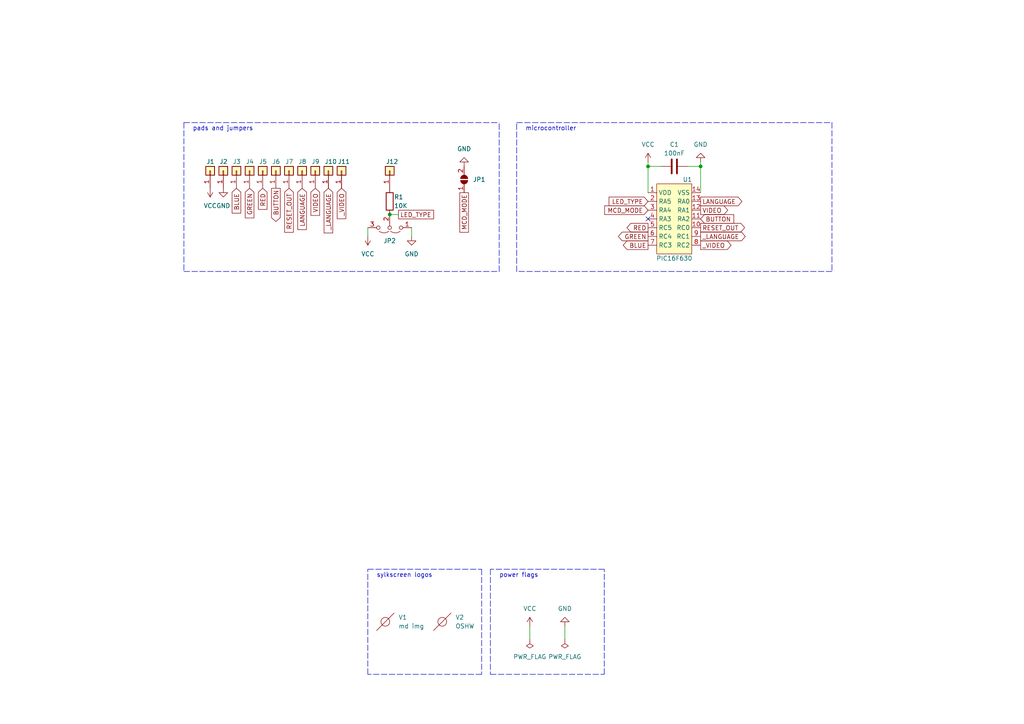
<source format=kicad_sch>
(kicad_sch (version 20211123) (generator eeschema)
  (paper "A4")
  (title_block (title "PIC MD Mod") (date "2022-05-04") (rev "1.0") (company "screwbreaker") (comment 1 "Another switchless mod for MD with a PIC microcontroller"))
  (lib_symbols
    (symbol "Connector_Generic:Conn_01x01" (pin_names (offset 1.016) hide)
      (property "Reference" "J" (at 0 2.54 0))
      (property "Value" "Conn_01x01" (at 0 -2.54 0))
      (symbol "Conn_01x01_1_1"
        (rectangle (start -1.27 0.127) (end 0 -0.127) (stroke (width 0.1524)))
        (rectangle (start -1.27 1.27) (end 1.27 -1.27) (stroke (width 0.254)) (fill (type background)))
        (pin passive line (at -5.08 0 0) (length 3.81) (name "Pin_1") (number "1"))
      )
    )
    (symbol "Device:C" (pin_numbers hide) (pin_names (offset 0.254))
      (property "Reference" "C" (at 0.635 2.54 0))
      (property "Value" "C" (at 0.635 -2.54 0))
      (symbol "C_0_1"
        (polyline (pts (xy -2.032 -0.762) (xy 2.032 -0.762)) (stroke (width 0.508)))
        (polyline (pts (xy -2.032 0.762) (xy 2.032 0.762)) (stroke (width 0.508)))
      )
      (symbol "C_1_1"
        (pin passive line (at 0 3.81 270) (length 2.794) (name "~") (number "1"))
        (pin passive line (at 0 -3.81 90) (length 2.794) (name "~") (number "2"))
      )
    )
    (symbol "Device:R" (pin_numbers hide) (pin_names (offset 0))
      (property "Reference" "R" (at 2.032 0 90))
      (property "Value" "R" (at 0 0 90))
      (symbol "R_0_1"
        (rectangle (start -1.016 -2.54) (end 1.016 2.54) (stroke (width 0.254)))
      )
      (symbol "R_1_1"
        (pin passive line (at 0 3.81 270) (length 1.27) (name "~") (number "1"))
        (pin passive line (at 0 -3.81 90) (length 1.27) (name "~") (number "2"))
      )
    )
    (symbol "Jumper:Jumper_3_Open" (pin_names (offset 0) hide)
      (property "Reference" "JP" (at -2.54 -2.54 0))
      (property "Value" "Jumper_3_Open" (at 0 2.794 0))
      (symbol "Jumper_3_Open_0_0"
        (circle (center -3.302 0) (radius 0.508))
        (circle (center 0 0) (radius 0.508))
        (circle (center 3.302 0) (radius 0.508))
      )
      (symbol "Jumper_3_Open_0_1"
        (arc (start -0.254 1.016) (mid -1.651 1.4992) (end -3.048 1.016))
        (polyline (pts (xy 0 -0.508) (xy 0 -1.27)))
        (arc (start 3.048 1.016) (mid 1.651 1.4992) (end 0.254 1.016))
      )
      (symbol "Jumper_3_Open_1_1"
        (pin passive line (at -6.35 0 0) (length 2.54) (name "A") (number "1"))
        (pin passive line (at 0 -3.81 90) (length 2.54) (name "C") (number "2"))
        (pin passive line (at 6.35 0 180) (length 2.54) (name "B") (number "3"))
      )
    )
    (symbol "Jumper:SolderJumper_2_Open" (pin_names (offset 0) hide)
      (property "Reference" "JP" (at 0 2.032 0))
      (property "Value" "SolderJumper_2_Open" (at 0 -2.54 0))
      (symbol "SolderJumper_2_Open_0_1"
        (arc (start -0.254 1.016) (mid -1.27 0) (end -0.254 -1.016))
        (arc (start -0.254 1.016) (mid -1.27 0) (end -0.254 -1.016) (fill (type outline)))
        (polyline (pts (xy -0.254 1.016) (xy -0.254 -1.016)))
        (polyline (pts (xy 0.254 1.016) (xy 0.254 -1.016)))
        (arc (start 0.254 -1.016) (mid 1.27 0) (end 0.254 1.016))
        (arc (start 0.254 -1.016) (mid 1.27 0) (end 0.254 1.016) (fill (type outline)))
      )
      (symbol "SolderJumper_2_Open_1_1"
        (pin passive line (at -3.81 0 0) (length 2.54) (name "A") (number "1"))
        (pin passive line (at 3.81 0 180) (length 2.54) (name "B") (number "2"))
      )
    )
    (symbol "PIC_Library:PIC16F630"
      (property "Reference" "U" (at 0 11.43 0))
      (property "Value" "PIC16F630" (at 0 -11.43 0))
      (symbol "PIC16F630_0_1"
        (rectangle (start -5.08 10.16) (end 5.08 -10.16) (fill (type background)))
      )
      (symbol "PIC16F630_1_1"
        (pin power_in line (at -7.62 7.62 0) (length 2.54) (name "VDD") (number "1"))
        (pin bidirectional line (at 7.62 -2.54 180) (length 2.54) (name "RC0") (number "10"))
        (pin bidirectional line (at 7.62 0 180) (length 2.54) (name "RA2") (number "11"))
        (pin bidirectional line (at 7.62 2.54 180) (length 2.54) (name "RA1") (number "12"))
        (pin bidirectional line (at 7.62 5.08 180) (length 2.54) (name "RA0") (number "13"))
        (pin power_in line (at 7.62 7.62 180) (length 2.54) (name "VSS") (number "14"))
        (pin bidirectional line (at -7.62 5.08 0) (length 2.54) (name "RA5") (number "2"))
        (pin bidirectional line (at -7.62 2.54 0) (length 2.54) (name "RA4") (number "3"))
        (pin input line (at -7.62 0 0) (length 2.54) (name "RA3") (number "4"))
        (pin bidirectional line (at -7.62 -2.54 0) (length 2.54) (name "RC5") (number "5"))
        (pin bidirectional line (at -7.62 -5.08 0) (length 2.54) (name "RC4") (number "6"))
        (pin bidirectional line (at -7.62 -7.62 0) (length 2.54) (name "RC3") (number "7"))
        (pin bidirectional line (at 7.62 -7.62 180) (length 2.54) (name "RC2") (number "8"))
        (pin bidirectional line (at 7.62 -5.08 180) (length 2.54) (name "RC1") (number "9"))
      )
    )
    (symbol "power:GND" (power) (pin_names (offset 0))
      (property "Value" "GND" (at 0 -3.81 0))
      (symbol "GND_0_1"
        (polyline (pts (xy 0 0) (xy 0 -1.27) (xy 1.27 -1.27) (xy 0 -2.54) (xy -1.27 -1.27) (xy 0 -1.27)))
      )
      (symbol "GND_1_1"
        (pin power_in line (at 0 0 270) (length 0) hide (name "GND") (number "1"))
      )
    )
    (symbol "power:PWR_FLAG" (power) (pin_numbers hide) (pin_names (offset 0) hide)
      (property "Value" "PWR_FLAG" (at 0 3.81 0))
      (symbol "PWR_FLAG_0_0"
        (pin power_out line (at 0 0 90) (length 0) (name "pwr") (number "1"))
      )
      (symbol "PWR_FLAG_0_1"
        (polyline (pts (xy 0 0) (xy 0 1.27) (xy -1.016 1.905) (xy 0 2.54) (xy 1.016 1.905) (xy 0 1.27)))
      )
    )
    (symbol "power:VCC" (power) (pin_names (offset 0))
      (property "Value" "VCC" (at 0 3.81 0))
      (symbol "VCC_0_1"
        (polyline (pts (xy -0.762 1.27) (xy 0 2.54)))
        (polyline (pts (xy 0 0) (xy 0 2.54)))
        (polyline (pts (xy 0 2.54) (xy 0.762 1.27)))
      )
      (symbol "VCC_1_1"
        (pin power_in line (at 0 0 90) (length 0) hide (name "VCC") (number "1"))
      )
    )
    (symbol "void:void"
      (property "Reference" "V" (at 0 3.81 0))
      (property "Value" "void" (at 0 -3.81 0))
      (symbol "void_0_1"
        (polyline (pts (xy -2.54 -2.54) (xy 2.54 2.54)))
        (circle (center 0 0) (radius 1.27))
      )
    )
  )
  (junction (at 187.96 48.26))
  (junction (at 113.03 62.23))
  (junction (at 203.2 48.26))
  (no_connect (at 187.96 63.5))
  (polyline (pts (xy 53.34 78.74) (xy 144.78 78.74)))
  (polyline (pts (xy 142.24 165.1) (xy 142.24 195.58)))
  (polyline (pts (xy 241.3 78.74) (xy 149.86 78.74)))
  (polyline (pts (xy 106.68 195.58) (xy 106.68 165.1)))
  (wire (pts (xy 203.2 48.26) (xy 203.2 46.99)))
  (wire (pts (xy 113.03 62.23) (xy 115.57 62.23)))
  (wire (pts (xy 153.67 181.61) (xy 153.67 185.42)))
  (polyline (pts (xy 53.34 35.56) (xy 144.78 35.56)))
  (polyline (pts (xy 175.26 165.1) (xy 142.24 165.1)))
  (wire (pts (xy 187.96 48.26) (xy 187.96 55.88)))
  (wire (pts (xy 187.96 48.26) (xy 187.96 46.99)))
  (polyline (pts (xy 144.78 78.74) (xy 144.78 35.56)))
  (polyline (pts (xy 175.26 195.58) (xy 175.26 165.1)))
  (polyline (pts (xy 241.3 35.56) (xy 241.3 78.74)))
  (wire (pts (xy 187.96 48.26) (xy 191.77 48.26)))
  (wire (pts (xy 203.2 48.26) (xy 203.2 55.88)))
  (polyline (pts (xy 106.68 165.1) (xy 139.7 165.1)))
  (polyline (pts (xy 149.86 78.74) (xy 149.86 35.56)))
  (polyline (pts (xy 142.24 195.58) (xy 175.26 195.58)))
  (wire (pts (xy 163.83 181.61) (xy 163.83 185.42)))
  (wire (pts (xy 199.39 48.26) (xy 203.2 48.26)))
  (polyline (pts (xy 139.7 165.1) (xy 139.7 195.58)))
  (polyline (pts (xy 149.86 35.56) (xy 241.3 35.56)))
  (polyline (pts (xy 139.7 195.58) (xy 106.68 195.58)))
  (polyline (pts (xy 53.34 35.56) (xy 53.34 78.74)))
  (wire (pts (xy 106.68 66.04) (xy 106.68 68.58)))
  (wire (pts (xy 119.38 66.04) (xy 119.38 68.58)))
  (text "microcontroller" (at 152.4 38.1 0) (effects (font (size 1.27 1.27)) (justify left bottom)))
  (text "pads and jumpers" (at 55.88 38.1 0) (effects (font (size 1.27 1.27)) (justify left bottom)))
  (text "sylkscreen logos" (at 109.22 167.64 0) (effects (font (size 1.27 1.27)) (justify left bottom)))
  (text "power flags" (at 144.78 167.64 0) (effects (font (size 1.27 1.27)) (justify left bottom)))
  (global_label "VIDEO" (shape output) (at 203.2 60.96 0) (property "Riferimenti inter-foglio" "${INTERSHEET_REFS}" (effects hide)))
  (global_label "VIDEO" (shape input) (at 91.44 54.61 270) (property "Riferimenti inter-foglio" "${INTERSHEET_REFS}" (effects hide)))
  (global_label "_VIDEO" (shape output) (at 203.2 71.12 0) (property "Riferimenti inter-foglio" "${INTERSHEET_REFS}" (effects hide)))
  (global_label "_LANGUAGE" (shape output) (at 203.2 68.58 0) (property "Riferimenti inter-foglio" "${INTERSHEET_REFS}" (effects hide)))
  (global_label "LED_TYPE" (shape input) (at 187.96 58.42 180) (property "Riferimenti inter-foglio" "${INTERSHEET_REFS}" (effects hide)))
  (global_label "RESET_OUT" (shape output) (at 203.2 66.04 0) (property "Riferimenti inter-foglio" "${INTERSHEET_REFS}" (effects hide)))
  (global_label "BUTTON" (shape input) (at 203.2 63.5 0) (property "Riferimenti inter-foglio" "${INTERSHEET_REFS}" (effects hide)))
  (global_label "MCD_MODE" (shape passive) (at 134.62 55.88 270) (property "Riferimenti inter-foglio" "${INTERSHEET_REFS}" (effects hide)))
  (global_label "BLUE" (shape output) (at 187.96 71.12 180) (property "Riferimenti inter-foglio" "${INTERSHEET_REFS}" (effects hide)))
  (global_label "RED" (shape output) (at 187.96 66.04 180) (property "Riferimenti inter-foglio" "${INTERSHEET_REFS}" (effects hide)))
  (global_label "MCD_MODE" (shape input) (at 187.96 60.96 180) (property "Riferimenti inter-foglio" "${INTERSHEET_REFS}" (effects hide)))
  (global_label "GREEN" (shape input) (at 72.39 54.61 270) (property "Riferimenti inter-foglio" "${INTERSHEET_REFS}" (effects hide)))
  (global_label "LED_TYPE" (shape passive) (at 115.57 62.23 0) (property "Riferimenti inter-foglio" "${INTERSHEET_REFS}" (effects hide)))
  (global_label "GREEN" (shape output) (at 187.96 68.58 180) (property "Riferimenti inter-foglio" "${INTERSHEET_REFS}" (effects hide)))
  (global_label "RESET_OUT" (shape input) (at 83.82 54.61 270) (property "Riferimenti inter-foglio" "${INTERSHEET_REFS}" (effects hide)))
  (global_label "_VIDEO" (shape input) (at 99.06 54.61 270) (property "Riferimenti inter-foglio" "${INTERSHEET_REFS}" (effects hide)))
  (global_label "LANGUAGE" (shape output) (at 203.2 58.42 0) (property "Riferimenti inter-foglio" "${INTERSHEET_REFS}" (effects hide)))
  (global_label "_LANGUAGE" (shape input) (at 95.25 54.61 270) (property "Riferimenti inter-foglio" "${INTERSHEET_REFS}" (effects hide)))
  (global_label "LANGUAGE" (shape input) (at 87.63 54.61 270) (property "Riferimenti inter-foglio" "${INTERSHEET_REFS}" (effects hide)))
  (global_label "BLUE" (shape input) (at 68.58 54.61 270) (property "Riferimenti inter-foglio" "${INTERSHEET_REFS}" (effects hide)))
  (global_label "BUTTON" (shape output) (at 80.01 54.61 270) (property "Riferimenti inter-foglio" "${INTERSHEET_REFS}" (effects hide)))
  (global_label "RED" (shape input) (at 76.2 54.61 270) (property "Riferimenti inter-foglio" "${INTERSHEET_REFS}" (effects hide)))
  (symbol (lib_id "Connector_Generic:Conn_01x01") (at 72.39 49.53 90) (unit 1) (in_bom no)
    (property "Reference" "J4" (at 71.2724 46.8884 90) (effects (justify right)))
    (property "Value" "Conn_01x01" (effects hide))
    (property "Footprint" "footprints:pad" (effects hide))
  )
  (symbol (lib_id "PIC_Library:PIC16F630") (at 195.58 63.5 0) (unit 1)
    (property "Reference" "U1" (at 199.39 52.07 0))
    (property "Value" "PIC16F630" (at 195.58 74.93 0))
    (property "Footprint" "Package_SO:SOIC-14_3.9x8.7mm_P1.27mm" (effects hide))
    (property "Datasheet" "https://ww1.microchip.com/downloads/en/DeviceDoc/40039F.pdf" (effects hide))
    (property "Manufacturer" "MICROCHIP TECHNOLOGY" (effects hide))
    (property "Description" "IC: microcontrollore PIC; Memoria: 1,75kB; SRAM: 64B; EEPROM: 128B " (effects hide))
    (property "Manufacturer_Part_Number" "PIC16F630-I/SL" (effects hide))
    (property "Package" "SO14" (effects hide))
  )
  (symbol (lib_id "Connector_Generic:Conn_01x01") (at 60.96 49.53 90) (unit 1) (in_bom no)
    (property "Reference" "J1" (at 59.8424 46.8884 90) (effects (justify right)))
    (property "Value" "Conn_01x01" (effects hide))
    (property "Footprint" "footprints:pad" (effects hide))
  )
  (symbol (lib_id "Device:R") (at 113.03 58.42 0) (unit 1)
    (property "Reference" "R1" (at 114.3 57.15 0) (effects (justify left)))
    (property "Value" "10K" (at 114.3 59.69 0) (effects (justify left)))
    (property "Footprint" "Resistor_SMD:R_0805_2012Metric_Pad1.20x1.40mm_HandSolder" (effects hide))
    (property "Datasheet" "https://www.tme.eu/Document/4f50d320a6ddacb273098f84373b6259/rezystor-smd.pdf" (effects hide))
    (property "Manufacturer" " ROYAL OHM" (effects hide))
    (property "Manufacturer_Part_Number" " 0805S8J0103T5E" (effects hide))
    (property "Description" "Resistore: thick film; SMD; 0805; 10kΩ; 0,125W; ±5%; -55÷125°C " (effects hide))
    (property "Package" "0805" (effects hide))
  )
  (symbol (lib_id "Connector_Generic:Conn_01x01") (at 80.01 49.53 90) (unit 1) (in_bom no)
    (property "Reference" "J6" (at 78.8924 46.8884 90) (effects (justify right)))
    (property "Value" "Conn_01x01" (effects hide))
    (property "Footprint" "footprints:pad" (effects hide))
  )
  (symbol (lib_id "Connector_Generic:Conn_01x01") (at 76.2 49.53 90) (unit 1) (in_bom no)
    (property "Reference" "J5" (at 75.0824 46.8884 90) (effects (justify right)))
    (property "Value" "Conn_01x01" (effects hide))
    (property "Footprint" "footprints:pad" (effects hide))
  )
  (symbol (lib_id "power:PWR_FLAG") (at 163.83 185.42 180) (unit 1)
    (property "Reference" "#FLG0101" (effects hide))
    (property "Value" "PWR_FLAG" (at 163.83 190.5 0))
  )
  (symbol (lib_id "power:VCC") (at 153.67 181.61 0) (unit 1)
    (property "Reference" "#PWR0106" (effects hide))
    (property "Value" "VCC" (at 153.67 176.53 0))
  )
  (symbol (lib_id "Connector_Generic:Conn_01x01") (at 113.03 49.53 90) (unit 1) (in_bom no)
    (property "Reference" "J12" (at 111.9124 46.8884 90) (effects (justify right)))
    (property "Value" "Conn_01x01" (effects hide))
    (property "Footprint" "footprints:pad" (effects hide))
  )
  (symbol (lib_id "void:void") (at 111.76 180.34 0) (unit 1) (in_bom no)
    (property "Reference" "V1" (at 115.57 179.0699 0) (effects (justify left)))
    (property "Value" "md img" (at 115.57 181.6099 0) (effects (justify left)))
    (property "Footprint" "footprints:md_pic" (effects hide))
  )
  (symbol (lib_id "Jumper:Jumper_3_Open") (at 113.03 66.04 180) (unit 1) (in_bom no)
    (property "Reference" "JP2" (at 113.03 69.85 0))
    (property "Value" "Jumper_3_Open" (effects hide))
    (property "Footprint" "Jumper:SolderJumper-3_P2.0mm_Open_TrianglePad1.0x1.5mm" (effects hide))
  )
  (symbol (lib_id "Device:C") (at 195.58 48.26 90) (unit 1)
    (property "Reference" "C1" (at 195.58 41.91 90))
    (property "Value" "100nF" (at 195.58 44.45 90))
    (property "Footprint" "Capacitor_SMD:C_0805_2012Metric_Pad1.18x1.45mm_HandSolder" (effects hide))
    (property "Datasheet" "https://www.tme.eu/Document/fbb9415081fcefba62c0f8bbf5b21210/UPY-GPHC_X7R_6.3V-to-50V_20.pdf" (effects hide))
    (property "Manufacturer" "Yaego" (effects hide))
    (property "Manufacturer_Part_Number" " CC0805KRX7R9BB104" (effects hide))
    (property "Description" "Condensatore: in ceramica; MLCC; 100nF; 50V; X7R; ±10%; SMD; 0805 " (effects hide))
    (property "Package" "0805" (effects hide))
  )
  (symbol (lib_id "Connector_Generic:Conn_01x01") (at 68.58 49.53 90) (unit 1) (in_bom no)
    (property "Reference" "J3" (at 67.4624 46.8884 90) (effects (justify right)))
    (property "Value" "Conn_01x01" (effects hide))
    (property "Footprint" "footprints:pad" (effects hide))
  )
  (symbol (lib_id "power:PWR_FLAG") (at 153.67 185.42 180) (unit 1)
    (property "Reference" "#FLG0102" (effects hide))
    (property "Value" "PWR_FLAG" (at 153.67 190.5 0))
  )
  (symbol (lib_id "power:VCC") (at 106.68 68.58 180) (unit 1)
    (property "Reference" "#PWR0108" (effects hide))
    (property "Value" "VCC" (at 106.68 73.66 0))
  )
  (symbol (lib_id "power:GND") (at 163.83 181.61 180) (unit 1)
    (property "Reference" "#PWR0107" (effects hide))
    (property "Value" "GND" (at 163.83 176.53 0))
  )
  (symbol (lib_id "Connector_Generic:Conn_01x01") (at 99.06 49.53 90) (unit 1) (in_bom no)
    (property "Reference" "J11" (at 97.9424 46.8884 90) (effects (justify right)))
    (property "Value" "Conn_01x01" (effects hide))
    (property "Footprint" "footprints:pad" (effects hide))
  )
  (symbol (lib_id "power:GND") (at 134.62 48.26 180) (unit 1)
    (property "Reference" "#PWR0103" (effects hide))
    (property "Value" "GND" (at 134.62 43.18 0))
  )
  (symbol (lib_id "Connector_Generic:Conn_01x01") (at 64.77 49.53 90) (unit 1) (in_bom no)
    (property "Reference" "J2" (at 63.6524 46.8884 90) (effects (justify right)))
    (property "Value" "Conn_01x01" (effects hide))
    (property "Footprint" "footprints:pad" (effects hide))
  )
  (symbol (lib_id "Connector_Generic:Conn_01x01") (at 91.44 49.53 90) (unit 1) (in_bom no)
    (property "Reference" "J9" (at 90.3224 46.8884 90) (effects (justify right)))
    (property "Value" "Conn_01x01" (effects hide))
    (property "Footprint" "footprints:pad" (effects hide))
  )
  (symbol (lib_id "power:GND") (at 203.2 46.99 180) (unit 1)
    (property "Reference" "#PWR0105" (effects hide))
    (property "Value" "GND" (at 203.2 41.91 0))
  )
  (symbol (lib_id "power:GND") (at 119.38 68.58 0) (unit 1)
    (property "Reference" "#PWR0109" (effects hide))
    (property "Value" "GND" (at 119.38 73.66 0))
  )
  (symbol (lib_id "Connector_Generic:Conn_01x01") (at 83.82 49.53 90) (unit 1) (in_bom no)
    (property "Reference" "J7" (at 82.7024 46.8884 90) (effects (justify right)))
    (property "Value" "Conn_01x01" (effects hide))
    (property "Footprint" "footprints:pad" (effects hide))
  )
  (symbol (lib_id "Connector_Generic:Conn_01x01") (at 87.63 49.53 90) (unit 1) (in_bom no)
    (property "Reference" "J8" (at 86.5124 46.8884 90) (effects (justify right)))
    (property "Value" "Conn_01x01" (effects hide))
    (property "Footprint" "footprints:pad" (effects hide))
  )
  (symbol (lib_id "Jumper:SolderJumper_2_Open") (at 134.62 52.07 90) (unit 1) (in_bom no)
    (property "Reference" "JP1" (at 137.16 52.0699 90) (effects (justify right)))
    (property "Value" "SolderJumper_2_Open" (effects hide))
    (property "Footprint" "Jumper:SolderJumper-2_P1.3mm_Open_TrianglePad1.0x1.5mm" (effects hide))
  )
  (symbol (lib_id "power:VCC") (at 187.96 46.99 0) (unit 1)
    (property "Reference" "#PWR0104" (effects hide))
    (property "Value" "VCC" (at 187.96 41.91 0))
  )
  (symbol (lib_id "void:void") (at 128.27 180.34 0) (unit 1) (in_bom no)
    (property "Reference" "V2" (at 132.08 179.0699 0) (effects (justify left)))
    (property "Value" "OSHW" (at 132.08 181.6099 0) (effects (justify left)))
    (property "Footprint" "footprints:OSHW" (effects hide))
  )
  (symbol (lib_id "Connector_Generic:Conn_01x01") (at 95.25 49.53 90) (unit 1) (in_bom no)
    (property "Reference" "J10" (at 94.1324 46.8884 90) (effects (justify right)))
    (property "Value" "Conn_01x01" (effects hide))
    (property "Footprint" "footprints:pad" (effects hide))
  )
  (symbol (lib_id "power:VCC") (at 60.96 54.61 180) (unit 1)
    (property "Reference" "#PWR0101" (effects hide))
    (property "Value" "VCC" (at 60.96 59.69 0))
  )
  (symbol (lib_id "power:GND") (at 64.77 54.61 0) (unit 1)
    (property "Reference" "#PWR0102" (effects hide))
    (property "Value" "GND" (at 64.77 59.69 0))
  )
)
</source>
